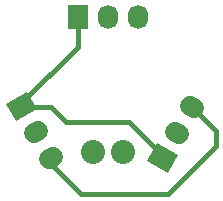
<source format=gbr>
G04 #@! TF.FileFunction,Copper,L2,Bot,Signal*
%FSLAX46Y46*%
G04 Gerber Fmt 4.6, Leading zero omitted, Abs format (unit mm)*
G04 Created by KiCad (PCBNEW (2015-08-15 BZR 6092)-product) date 3/22/2016 8:23:16 PM*
%MOMM*%
G01*
G04 APERTURE LIST*
%ADD10C,0.100000*%
%ADD11C,1.727200*%
%ADD12C,2.032000*%
%ADD13O,2.032000X2.032000*%
%ADD14R,1.727200X2.032000*%
%ADD15O,1.727200X2.032000*%
%ADD16C,0.406400*%
G04 APERTURE END LIST*
D10*
G36*
X132822082Y-96521973D02*
X133685682Y-98017773D01*
X131925918Y-99033773D01*
X131062318Y-97537973D01*
X132822082Y-96521973D01*
X132822082Y-96521973D01*
G37*
D11*
X133735982Y-99832095D02*
X133472018Y-99984495D01*
X135005982Y-102031800D02*
X134742018Y-102184200D01*
D10*
G36*
X143000318Y-102360027D02*
X143863918Y-100864227D01*
X145623682Y-101880227D01*
X144760082Y-103376027D01*
X143000318Y-102360027D01*
X143000318Y-102360027D01*
G37*
D11*
X145410018Y-99913505D02*
X145673982Y-100065905D01*
X146680018Y-97713800D02*
X146943982Y-97866200D01*
D12*
X140970000Y-101600000D03*
D13*
X138430000Y-101600000D03*
D14*
X137160000Y-90170000D03*
D15*
X139700000Y-90170000D03*
X142240000Y-90170000D03*
D16*
X134874000Y-102108000D02*
X134874000Y-102616000D01*
X134874000Y-102616000D02*
X137414000Y-105156000D01*
X137414000Y-105156000D02*
X144780000Y-105156000D01*
X144780000Y-105156000D02*
X148844000Y-101092000D01*
X148844000Y-101092000D02*
X148844000Y-99822000D01*
X148844000Y-99822000D02*
X146812000Y-97790000D01*
X132374000Y-97777873D02*
X132374000Y-97496000D01*
X132374000Y-97496000D02*
X137160000Y-92710000D01*
X137160000Y-92710000D02*
X137160000Y-90170000D01*
X144312000Y-102120127D02*
X144312000Y-101894000D01*
X144312000Y-101894000D02*
X141478000Y-99060000D01*
X141478000Y-99060000D02*
X136144000Y-99060000D01*
X136144000Y-99060000D02*
X134861873Y-97777873D01*
X134861873Y-97777873D02*
X132374000Y-97777873D01*
M02*

</source>
